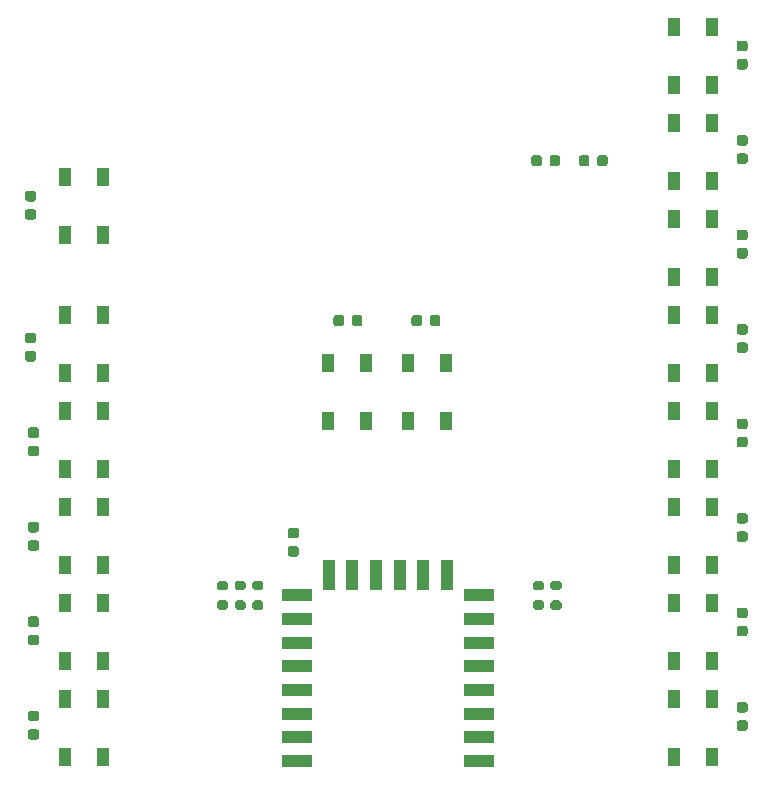
<source format=gbr>
%TF.GenerationSoftware,KiCad,Pcbnew,(5.1.7)-1*%
%TF.CreationDate,2020-10-27T19:53:13+01:00*%
%TF.ProjectId,Spytag,53707974-6167-42e6-9b69-6361645f7063,rev?*%
%TF.SameCoordinates,Original*%
%TF.FileFunction,Paste,Top*%
%TF.FilePolarity,Positive*%
%FSLAX46Y46*%
G04 Gerber Fmt 4.6, Leading zero omitted, Abs format (unit mm)*
G04 Created by KiCad (PCBNEW (5.1.7)-1) date 2020-10-27 19:53:13*
%MOMM*%
%LPD*%
G01*
G04 APERTURE LIST*
%ADD10R,2.500000X1.100000*%
%ADD11R,1.100000X2.500000*%
%ADD12R,1.000000X1.500000*%
G04 APERTURE END LIST*
D10*
%TO.C,U1*%
X136700000Y-143000000D03*
X136700000Y-141000000D03*
X136700000Y-139000000D03*
X136700000Y-137000000D03*
X136700000Y-135000000D03*
X136700000Y-133000000D03*
X136700000Y-131000000D03*
X136700000Y-129000000D03*
X121300000Y-129000000D03*
X121300000Y-131000000D03*
X121300000Y-133000000D03*
X121300000Y-135000000D03*
X121300000Y-137000000D03*
X121300000Y-139000000D03*
X121300000Y-141000000D03*
X121300000Y-143000000D03*
D11*
X134010000Y-127300000D03*
X132010000Y-127300000D03*
X130010000Y-127300000D03*
X128010000Y-127300000D03*
X126010000Y-127300000D03*
X124010000Y-127300000D03*
%TD*%
%TO.C,C1*%
G36*
G01*
X126849000Y-105486000D02*
X126849000Y-105986000D01*
G75*
G02*
X126624000Y-106211000I-225000J0D01*
G01*
X126174000Y-106211000D01*
G75*
G02*
X125949000Y-105986000I0J225000D01*
G01*
X125949000Y-105486000D01*
G75*
G02*
X126174000Y-105261000I225000J0D01*
G01*
X126624000Y-105261000D01*
G75*
G02*
X126849000Y-105486000I0J-225000D01*
G01*
G37*
G36*
G01*
X125299000Y-105486000D02*
X125299000Y-105986000D01*
G75*
G02*
X125074000Y-106211000I-225000J0D01*
G01*
X124624000Y-106211000D01*
G75*
G02*
X124399000Y-105986000I0J225000D01*
G01*
X124399000Y-105486000D01*
G75*
G02*
X124624000Y-105261000I225000J0D01*
G01*
X125074000Y-105261000D01*
G75*
G02*
X125299000Y-105486000I0J-225000D01*
G01*
G37*
%TD*%
%TO.C,C2*%
G36*
G01*
X131903000Y-105486000D02*
X131903000Y-105986000D01*
G75*
G02*
X131678000Y-106211000I-225000J0D01*
G01*
X131228000Y-106211000D01*
G75*
G02*
X131003000Y-105986000I0J225000D01*
G01*
X131003000Y-105486000D01*
G75*
G02*
X131228000Y-105261000I225000J0D01*
G01*
X131678000Y-105261000D01*
G75*
G02*
X131903000Y-105486000I0J-225000D01*
G01*
G37*
G36*
G01*
X133453000Y-105486000D02*
X133453000Y-105986000D01*
G75*
G02*
X133228000Y-106211000I-225000J0D01*
G01*
X132778000Y-106211000D01*
G75*
G02*
X132553000Y-105986000I0J225000D01*
G01*
X132553000Y-105486000D01*
G75*
G02*
X132778000Y-105261000I225000J0D01*
G01*
X133228000Y-105261000D01*
G75*
G02*
X133453000Y-105486000I0J-225000D01*
G01*
G37*
%TD*%
%TO.C,C3*%
G36*
G01*
X158750000Y-138025000D02*
X159250000Y-138025000D01*
G75*
G02*
X159475000Y-138250000I0J-225000D01*
G01*
X159475000Y-138700000D01*
G75*
G02*
X159250000Y-138925000I-225000J0D01*
G01*
X158750000Y-138925000D01*
G75*
G02*
X158525000Y-138700000I0J225000D01*
G01*
X158525000Y-138250000D01*
G75*
G02*
X158750000Y-138025000I225000J0D01*
G01*
G37*
G36*
G01*
X158750000Y-139575000D02*
X159250000Y-139575000D01*
G75*
G02*
X159475000Y-139800000I0J-225000D01*
G01*
X159475000Y-140250000D01*
G75*
G02*
X159250000Y-140475000I-225000J0D01*
G01*
X158750000Y-140475000D01*
G75*
G02*
X158525000Y-140250000I0J225000D01*
G01*
X158525000Y-139800000D01*
G75*
G02*
X158750000Y-139575000I225000J0D01*
G01*
G37*
%TD*%
%TO.C,C4*%
G36*
G01*
X158750000Y-131575000D02*
X159250000Y-131575000D01*
G75*
G02*
X159475000Y-131800000I0J-225000D01*
G01*
X159475000Y-132250000D01*
G75*
G02*
X159250000Y-132475000I-225000J0D01*
G01*
X158750000Y-132475000D01*
G75*
G02*
X158525000Y-132250000I0J225000D01*
G01*
X158525000Y-131800000D01*
G75*
G02*
X158750000Y-131575000I225000J0D01*
G01*
G37*
G36*
G01*
X158750000Y-130025000D02*
X159250000Y-130025000D01*
G75*
G02*
X159475000Y-130250000I0J-225000D01*
G01*
X159475000Y-130700000D01*
G75*
G02*
X159250000Y-130925000I-225000J0D01*
G01*
X158750000Y-130925000D01*
G75*
G02*
X158525000Y-130700000I0J225000D01*
G01*
X158525000Y-130250000D01*
G75*
G02*
X158750000Y-130025000I225000J0D01*
G01*
G37*
%TD*%
%TO.C,C5*%
G36*
G01*
X158750000Y-123575000D02*
X159250000Y-123575000D01*
G75*
G02*
X159475000Y-123800000I0J-225000D01*
G01*
X159475000Y-124250000D01*
G75*
G02*
X159250000Y-124475000I-225000J0D01*
G01*
X158750000Y-124475000D01*
G75*
G02*
X158525000Y-124250000I0J225000D01*
G01*
X158525000Y-123800000D01*
G75*
G02*
X158750000Y-123575000I225000J0D01*
G01*
G37*
G36*
G01*
X158750000Y-122025000D02*
X159250000Y-122025000D01*
G75*
G02*
X159475000Y-122250000I0J-225000D01*
G01*
X159475000Y-122700000D01*
G75*
G02*
X159250000Y-122925000I-225000J0D01*
G01*
X158750000Y-122925000D01*
G75*
G02*
X158525000Y-122700000I0J225000D01*
G01*
X158525000Y-122250000D01*
G75*
G02*
X158750000Y-122025000I225000J0D01*
G01*
G37*
%TD*%
%TO.C,C6*%
G36*
G01*
X158750000Y-114025000D02*
X159250000Y-114025000D01*
G75*
G02*
X159475000Y-114250000I0J-225000D01*
G01*
X159475000Y-114700000D01*
G75*
G02*
X159250000Y-114925000I-225000J0D01*
G01*
X158750000Y-114925000D01*
G75*
G02*
X158525000Y-114700000I0J225000D01*
G01*
X158525000Y-114250000D01*
G75*
G02*
X158750000Y-114025000I225000J0D01*
G01*
G37*
G36*
G01*
X158750000Y-115575000D02*
X159250000Y-115575000D01*
G75*
G02*
X159475000Y-115800000I0J-225000D01*
G01*
X159475000Y-116250000D01*
G75*
G02*
X159250000Y-116475000I-225000J0D01*
G01*
X158750000Y-116475000D01*
G75*
G02*
X158525000Y-116250000I0J225000D01*
G01*
X158525000Y-115800000D01*
G75*
G02*
X158750000Y-115575000I225000J0D01*
G01*
G37*
%TD*%
%TO.C,C7*%
G36*
G01*
X158750000Y-107575000D02*
X159250000Y-107575000D01*
G75*
G02*
X159475000Y-107800000I0J-225000D01*
G01*
X159475000Y-108250000D01*
G75*
G02*
X159250000Y-108475000I-225000J0D01*
G01*
X158750000Y-108475000D01*
G75*
G02*
X158525000Y-108250000I0J225000D01*
G01*
X158525000Y-107800000D01*
G75*
G02*
X158750000Y-107575000I225000J0D01*
G01*
G37*
G36*
G01*
X158750000Y-106025000D02*
X159250000Y-106025000D01*
G75*
G02*
X159475000Y-106250000I0J-225000D01*
G01*
X159475000Y-106700000D01*
G75*
G02*
X159250000Y-106925000I-225000J0D01*
G01*
X158750000Y-106925000D01*
G75*
G02*
X158525000Y-106700000I0J225000D01*
G01*
X158525000Y-106250000D01*
G75*
G02*
X158750000Y-106025000I225000J0D01*
G01*
G37*
%TD*%
%TO.C,C8*%
G36*
G01*
X158750000Y-99575000D02*
X159250000Y-99575000D01*
G75*
G02*
X159475000Y-99800000I0J-225000D01*
G01*
X159475000Y-100250000D01*
G75*
G02*
X159250000Y-100475000I-225000J0D01*
G01*
X158750000Y-100475000D01*
G75*
G02*
X158525000Y-100250000I0J225000D01*
G01*
X158525000Y-99800000D01*
G75*
G02*
X158750000Y-99575000I225000J0D01*
G01*
G37*
G36*
G01*
X158750000Y-98025000D02*
X159250000Y-98025000D01*
G75*
G02*
X159475000Y-98250000I0J-225000D01*
G01*
X159475000Y-98700000D01*
G75*
G02*
X159250000Y-98925000I-225000J0D01*
G01*
X158750000Y-98925000D01*
G75*
G02*
X158525000Y-98700000I0J225000D01*
G01*
X158525000Y-98250000D01*
G75*
G02*
X158750000Y-98025000I225000J0D01*
G01*
G37*
%TD*%
%TO.C,C9*%
G36*
G01*
X158750000Y-90025000D02*
X159250000Y-90025000D01*
G75*
G02*
X159475000Y-90250000I0J-225000D01*
G01*
X159475000Y-90700000D01*
G75*
G02*
X159250000Y-90925000I-225000J0D01*
G01*
X158750000Y-90925000D01*
G75*
G02*
X158525000Y-90700000I0J225000D01*
G01*
X158525000Y-90250000D01*
G75*
G02*
X158750000Y-90025000I225000J0D01*
G01*
G37*
G36*
G01*
X158750000Y-91575000D02*
X159250000Y-91575000D01*
G75*
G02*
X159475000Y-91800000I0J-225000D01*
G01*
X159475000Y-92250000D01*
G75*
G02*
X159250000Y-92475000I-225000J0D01*
G01*
X158750000Y-92475000D01*
G75*
G02*
X158525000Y-92250000I0J225000D01*
G01*
X158525000Y-91800000D01*
G75*
G02*
X158750000Y-91575000I225000J0D01*
G01*
G37*
%TD*%
%TO.C,C10*%
G36*
G01*
X158750000Y-83575000D02*
X159250000Y-83575000D01*
G75*
G02*
X159475000Y-83800000I0J-225000D01*
G01*
X159475000Y-84250000D01*
G75*
G02*
X159250000Y-84475000I-225000J0D01*
G01*
X158750000Y-84475000D01*
G75*
G02*
X158525000Y-84250000I0J225000D01*
G01*
X158525000Y-83800000D01*
G75*
G02*
X158750000Y-83575000I225000J0D01*
G01*
G37*
G36*
G01*
X158750000Y-82025000D02*
X159250000Y-82025000D01*
G75*
G02*
X159475000Y-82250000I0J-225000D01*
G01*
X159475000Y-82700000D01*
G75*
G02*
X159250000Y-82925000I-225000J0D01*
G01*
X158750000Y-82925000D01*
G75*
G02*
X158525000Y-82700000I0J225000D01*
G01*
X158525000Y-82250000D01*
G75*
G02*
X158750000Y-82025000I225000J0D01*
G01*
G37*
%TD*%
%TO.C,C11*%
G36*
G01*
X98750000Y-138775000D02*
X99250000Y-138775000D01*
G75*
G02*
X99475000Y-139000000I0J-225000D01*
G01*
X99475000Y-139450000D01*
G75*
G02*
X99250000Y-139675000I-225000J0D01*
G01*
X98750000Y-139675000D01*
G75*
G02*
X98525000Y-139450000I0J225000D01*
G01*
X98525000Y-139000000D01*
G75*
G02*
X98750000Y-138775000I225000J0D01*
G01*
G37*
G36*
G01*
X98750000Y-140325000D02*
X99250000Y-140325000D01*
G75*
G02*
X99475000Y-140550000I0J-225000D01*
G01*
X99475000Y-141000000D01*
G75*
G02*
X99250000Y-141225000I-225000J0D01*
G01*
X98750000Y-141225000D01*
G75*
G02*
X98525000Y-141000000I0J225000D01*
G01*
X98525000Y-140550000D01*
G75*
G02*
X98750000Y-140325000I225000J0D01*
G01*
G37*
%TD*%
%TO.C,C12*%
G36*
G01*
X98750000Y-130775000D02*
X99250000Y-130775000D01*
G75*
G02*
X99475000Y-131000000I0J-225000D01*
G01*
X99475000Y-131450000D01*
G75*
G02*
X99250000Y-131675000I-225000J0D01*
G01*
X98750000Y-131675000D01*
G75*
G02*
X98525000Y-131450000I0J225000D01*
G01*
X98525000Y-131000000D01*
G75*
G02*
X98750000Y-130775000I225000J0D01*
G01*
G37*
G36*
G01*
X98750000Y-132325000D02*
X99250000Y-132325000D01*
G75*
G02*
X99475000Y-132550000I0J-225000D01*
G01*
X99475000Y-133000000D01*
G75*
G02*
X99250000Y-133225000I-225000J0D01*
G01*
X98750000Y-133225000D01*
G75*
G02*
X98525000Y-133000000I0J225000D01*
G01*
X98525000Y-132550000D01*
G75*
G02*
X98750000Y-132325000I225000J0D01*
G01*
G37*
%TD*%
%TO.C,C13*%
G36*
G01*
X98750000Y-122775000D02*
X99250000Y-122775000D01*
G75*
G02*
X99475000Y-123000000I0J-225000D01*
G01*
X99475000Y-123450000D01*
G75*
G02*
X99250000Y-123675000I-225000J0D01*
G01*
X98750000Y-123675000D01*
G75*
G02*
X98525000Y-123450000I0J225000D01*
G01*
X98525000Y-123000000D01*
G75*
G02*
X98750000Y-122775000I225000J0D01*
G01*
G37*
G36*
G01*
X98750000Y-124325000D02*
X99250000Y-124325000D01*
G75*
G02*
X99475000Y-124550000I0J-225000D01*
G01*
X99475000Y-125000000D01*
G75*
G02*
X99250000Y-125225000I-225000J0D01*
G01*
X98750000Y-125225000D01*
G75*
G02*
X98525000Y-125000000I0J225000D01*
G01*
X98525000Y-124550000D01*
G75*
G02*
X98750000Y-124325000I225000J0D01*
G01*
G37*
%TD*%
%TO.C,C14*%
G36*
G01*
X98750000Y-116325000D02*
X99250000Y-116325000D01*
G75*
G02*
X99475000Y-116550000I0J-225000D01*
G01*
X99475000Y-117000000D01*
G75*
G02*
X99250000Y-117225000I-225000J0D01*
G01*
X98750000Y-117225000D01*
G75*
G02*
X98525000Y-117000000I0J225000D01*
G01*
X98525000Y-116550000D01*
G75*
G02*
X98750000Y-116325000I225000J0D01*
G01*
G37*
G36*
G01*
X98750000Y-114775000D02*
X99250000Y-114775000D01*
G75*
G02*
X99475000Y-115000000I0J-225000D01*
G01*
X99475000Y-115450000D01*
G75*
G02*
X99250000Y-115675000I-225000J0D01*
G01*
X98750000Y-115675000D01*
G75*
G02*
X98525000Y-115450000I0J225000D01*
G01*
X98525000Y-115000000D01*
G75*
G02*
X98750000Y-114775000I225000J0D01*
G01*
G37*
%TD*%
%TO.C,C15*%
G36*
G01*
X98500000Y-106750000D02*
X99000000Y-106750000D01*
G75*
G02*
X99225000Y-106975000I0J-225000D01*
G01*
X99225000Y-107425000D01*
G75*
G02*
X99000000Y-107650000I-225000J0D01*
G01*
X98500000Y-107650000D01*
G75*
G02*
X98275000Y-107425000I0J225000D01*
G01*
X98275000Y-106975000D01*
G75*
G02*
X98500000Y-106750000I225000J0D01*
G01*
G37*
G36*
G01*
X98500000Y-108300000D02*
X99000000Y-108300000D01*
G75*
G02*
X99225000Y-108525000I0J-225000D01*
G01*
X99225000Y-108975000D01*
G75*
G02*
X99000000Y-109200000I-225000J0D01*
G01*
X98500000Y-109200000D01*
G75*
G02*
X98275000Y-108975000I0J225000D01*
G01*
X98275000Y-108525000D01*
G75*
G02*
X98500000Y-108300000I225000J0D01*
G01*
G37*
%TD*%
%TO.C,C16*%
G36*
G01*
X98500000Y-96300000D02*
X99000000Y-96300000D01*
G75*
G02*
X99225000Y-96525000I0J-225000D01*
G01*
X99225000Y-96975000D01*
G75*
G02*
X99000000Y-97200000I-225000J0D01*
G01*
X98500000Y-97200000D01*
G75*
G02*
X98275000Y-96975000I0J225000D01*
G01*
X98275000Y-96525000D01*
G75*
G02*
X98500000Y-96300000I225000J0D01*
G01*
G37*
G36*
G01*
X98500000Y-94750000D02*
X99000000Y-94750000D01*
G75*
G02*
X99225000Y-94975000I0J-225000D01*
G01*
X99225000Y-95425000D01*
G75*
G02*
X99000000Y-95650000I-225000J0D01*
G01*
X98500000Y-95650000D01*
G75*
G02*
X98275000Y-95425000I0J225000D01*
G01*
X98275000Y-94975000D01*
G75*
G02*
X98500000Y-94750000I225000J0D01*
G01*
G37*
%TD*%
%TO.C,C17*%
G36*
G01*
X120750000Y-124825000D02*
X121250000Y-124825000D01*
G75*
G02*
X121475000Y-125050000I0J-225000D01*
G01*
X121475000Y-125500000D01*
G75*
G02*
X121250000Y-125725000I-225000J0D01*
G01*
X120750000Y-125725000D01*
G75*
G02*
X120525000Y-125500000I0J225000D01*
G01*
X120525000Y-125050000D01*
G75*
G02*
X120750000Y-124825000I225000J0D01*
G01*
G37*
G36*
G01*
X120750000Y-123275000D02*
X121250000Y-123275000D01*
G75*
G02*
X121475000Y-123500000I0J-225000D01*
G01*
X121475000Y-123950000D01*
G75*
G02*
X121250000Y-124175000I-225000J0D01*
G01*
X120750000Y-124175000D01*
G75*
G02*
X120525000Y-123950000I0J225000D01*
G01*
X120525000Y-123500000D01*
G75*
G02*
X120750000Y-123275000I225000J0D01*
G01*
G37*
%TD*%
%TO.C,C18*%
G36*
G01*
X147625000Y-91950000D02*
X147625000Y-92450000D01*
G75*
G02*
X147400000Y-92675000I-225000J0D01*
G01*
X146950000Y-92675000D01*
G75*
G02*
X146725000Y-92450000I0J225000D01*
G01*
X146725000Y-91950000D01*
G75*
G02*
X146950000Y-91725000I225000J0D01*
G01*
X147400000Y-91725000D01*
G75*
G02*
X147625000Y-91950000I0J-225000D01*
G01*
G37*
G36*
G01*
X146075000Y-91950000D02*
X146075000Y-92450000D01*
G75*
G02*
X145850000Y-92675000I-225000J0D01*
G01*
X145400000Y-92675000D01*
G75*
G02*
X145175000Y-92450000I0J225000D01*
G01*
X145175000Y-91950000D01*
G75*
G02*
X145400000Y-91725000I225000J0D01*
G01*
X145850000Y-91725000D01*
G75*
G02*
X146075000Y-91950000I0J-225000D01*
G01*
G37*
%TD*%
%TO.C,C19*%
G36*
G01*
X141150000Y-92450000D02*
X141150000Y-91950000D01*
G75*
G02*
X141375000Y-91725000I225000J0D01*
G01*
X141825000Y-91725000D01*
G75*
G02*
X142050000Y-91950000I0J-225000D01*
G01*
X142050000Y-92450000D01*
G75*
G02*
X141825000Y-92675000I-225000J0D01*
G01*
X141375000Y-92675000D01*
G75*
G02*
X141150000Y-92450000I0J225000D01*
G01*
G37*
G36*
G01*
X142700000Y-92450000D02*
X142700000Y-91950000D01*
G75*
G02*
X142925000Y-91725000I225000J0D01*
G01*
X143375000Y-91725000D01*
G75*
G02*
X143600000Y-91950000I0J-225000D01*
G01*
X143600000Y-92450000D01*
G75*
G02*
X143375000Y-92675000I-225000J0D01*
G01*
X142925000Y-92675000D01*
G75*
G02*
X142700000Y-92450000I0J225000D01*
G01*
G37*
%TD*%
D12*
%TO.C,D1*%
X127172000Y-109342000D03*
X123972000Y-109342000D03*
X127172000Y-114242000D03*
X123972000Y-114242000D03*
%TD*%
%TO.C,D2*%
X130728000Y-114242000D03*
X133928000Y-114242000D03*
X130728000Y-109342000D03*
X133928000Y-109342000D03*
%TD*%
%TO.C,D3*%
X156434000Y-137766000D03*
X153234000Y-137766000D03*
X156434000Y-142666000D03*
X153234000Y-142666000D03*
%TD*%
%TO.C,D4*%
X153234000Y-134538000D03*
X156434000Y-134538000D03*
X153234000Y-129638000D03*
X156434000Y-129638000D03*
%TD*%
%TO.C,D5*%
X153234000Y-126410000D03*
X156434000Y-126410000D03*
X153234000Y-121510000D03*
X156434000Y-121510000D03*
%TD*%
%TO.C,D6*%
X156434000Y-113382000D03*
X153234000Y-113382000D03*
X156434000Y-118282000D03*
X153234000Y-118282000D03*
%TD*%
%TO.C,D7*%
X153234000Y-110154000D03*
X156434000Y-110154000D03*
X153234000Y-105254000D03*
X156434000Y-105254000D03*
%TD*%
%TO.C,D8*%
X156434000Y-97126000D03*
X153234000Y-97126000D03*
X156434000Y-102026000D03*
X153234000Y-102026000D03*
%TD*%
%TO.C,D9*%
X153234000Y-93898000D03*
X156434000Y-93898000D03*
X153234000Y-88998000D03*
X156434000Y-88998000D03*
%TD*%
%TO.C,D10*%
X156434000Y-80870000D03*
X153234000Y-80870000D03*
X156434000Y-85770000D03*
X153234000Y-85770000D03*
%TD*%
%TO.C,D11*%
X101712000Y-142666000D03*
X104912000Y-142666000D03*
X101712000Y-137766000D03*
X104912000Y-137766000D03*
%TD*%
%TO.C,D12*%
X104912000Y-129648000D03*
X101712000Y-129648000D03*
X104912000Y-134548000D03*
X101712000Y-134548000D03*
%TD*%
%TO.C,D13*%
X101712000Y-126430000D03*
X104912000Y-126430000D03*
X101712000Y-121530000D03*
X104912000Y-121530000D03*
%TD*%
%TO.C,D14*%
X104912000Y-113412000D03*
X101712000Y-113412000D03*
X104912000Y-118312000D03*
X101712000Y-118312000D03*
%TD*%
%TO.C,D15*%
X101712000Y-110194000D03*
X104912000Y-110194000D03*
X101712000Y-105294000D03*
X104912000Y-105294000D03*
%TD*%
%TO.C,D16*%
X104896000Y-93550000D03*
X101696000Y-93550000D03*
X104896000Y-98450000D03*
X101696000Y-98450000D03*
%TD*%
%TO.C,R1*%
G36*
G01*
X142975000Y-127775000D02*
X143525000Y-127775000D01*
G75*
G02*
X143725000Y-127975000I0J-200000D01*
G01*
X143725000Y-128375000D01*
G75*
G02*
X143525000Y-128575000I-200000J0D01*
G01*
X142975000Y-128575000D01*
G75*
G02*
X142775000Y-128375000I0J200000D01*
G01*
X142775000Y-127975000D01*
G75*
G02*
X142975000Y-127775000I200000J0D01*
G01*
G37*
G36*
G01*
X142975000Y-129425000D02*
X143525000Y-129425000D01*
G75*
G02*
X143725000Y-129625000I0J-200000D01*
G01*
X143725000Y-130025000D01*
G75*
G02*
X143525000Y-130225000I-200000J0D01*
G01*
X142975000Y-130225000D01*
G75*
G02*
X142775000Y-130025000I0J200000D01*
G01*
X142775000Y-129625000D01*
G75*
G02*
X142975000Y-129425000I200000J0D01*
G01*
G37*
%TD*%
%TO.C,R2*%
G36*
G01*
X141475000Y-127775000D02*
X142025000Y-127775000D01*
G75*
G02*
X142225000Y-127975000I0J-200000D01*
G01*
X142225000Y-128375000D01*
G75*
G02*
X142025000Y-128575000I-200000J0D01*
G01*
X141475000Y-128575000D01*
G75*
G02*
X141275000Y-128375000I0J200000D01*
G01*
X141275000Y-127975000D01*
G75*
G02*
X141475000Y-127775000I200000J0D01*
G01*
G37*
G36*
G01*
X141475000Y-129425000D02*
X142025000Y-129425000D01*
G75*
G02*
X142225000Y-129625000I0J-200000D01*
G01*
X142225000Y-130025000D01*
G75*
G02*
X142025000Y-130225000I-200000J0D01*
G01*
X141475000Y-130225000D01*
G75*
G02*
X141275000Y-130025000I0J200000D01*
G01*
X141275000Y-129625000D01*
G75*
G02*
X141475000Y-129425000I200000J0D01*
G01*
G37*
%TD*%
%TO.C,R3*%
G36*
G01*
X117725000Y-129425000D02*
X118275000Y-129425000D01*
G75*
G02*
X118475000Y-129625000I0J-200000D01*
G01*
X118475000Y-130025000D01*
G75*
G02*
X118275000Y-130225000I-200000J0D01*
G01*
X117725000Y-130225000D01*
G75*
G02*
X117525000Y-130025000I0J200000D01*
G01*
X117525000Y-129625000D01*
G75*
G02*
X117725000Y-129425000I200000J0D01*
G01*
G37*
G36*
G01*
X117725000Y-127775000D02*
X118275000Y-127775000D01*
G75*
G02*
X118475000Y-127975000I0J-200000D01*
G01*
X118475000Y-128375000D01*
G75*
G02*
X118275000Y-128575000I-200000J0D01*
G01*
X117725000Y-128575000D01*
G75*
G02*
X117525000Y-128375000I0J200000D01*
G01*
X117525000Y-127975000D01*
G75*
G02*
X117725000Y-127775000I200000J0D01*
G01*
G37*
%TD*%
%TO.C,R4*%
G36*
G01*
X116225000Y-127775000D02*
X116775000Y-127775000D01*
G75*
G02*
X116975000Y-127975000I0J-200000D01*
G01*
X116975000Y-128375000D01*
G75*
G02*
X116775000Y-128575000I-200000J0D01*
G01*
X116225000Y-128575000D01*
G75*
G02*
X116025000Y-128375000I0J200000D01*
G01*
X116025000Y-127975000D01*
G75*
G02*
X116225000Y-127775000I200000J0D01*
G01*
G37*
G36*
G01*
X116225000Y-129425000D02*
X116775000Y-129425000D01*
G75*
G02*
X116975000Y-129625000I0J-200000D01*
G01*
X116975000Y-130025000D01*
G75*
G02*
X116775000Y-130225000I-200000J0D01*
G01*
X116225000Y-130225000D01*
G75*
G02*
X116025000Y-130025000I0J200000D01*
G01*
X116025000Y-129625000D01*
G75*
G02*
X116225000Y-129425000I200000J0D01*
G01*
G37*
%TD*%
%TO.C,R5*%
G36*
G01*
X114725000Y-129425000D02*
X115275000Y-129425000D01*
G75*
G02*
X115475000Y-129625000I0J-200000D01*
G01*
X115475000Y-130025000D01*
G75*
G02*
X115275000Y-130225000I-200000J0D01*
G01*
X114725000Y-130225000D01*
G75*
G02*
X114525000Y-130025000I0J200000D01*
G01*
X114525000Y-129625000D01*
G75*
G02*
X114725000Y-129425000I200000J0D01*
G01*
G37*
G36*
G01*
X114725000Y-127775000D02*
X115275000Y-127775000D01*
G75*
G02*
X115475000Y-127975000I0J-200000D01*
G01*
X115475000Y-128375000D01*
G75*
G02*
X115275000Y-128575000I-200000J0D01*
G01*
X114725000Y-128575000D01*
G75*
G02*
X114525000Y-128375000I0J200000D01*
G01*
X114525000Y-127975000D01*
G75*
G02*
X114725000Y-127775000I200000J0D01*
G01*
G37*
%TD*%
M02*

</source>
